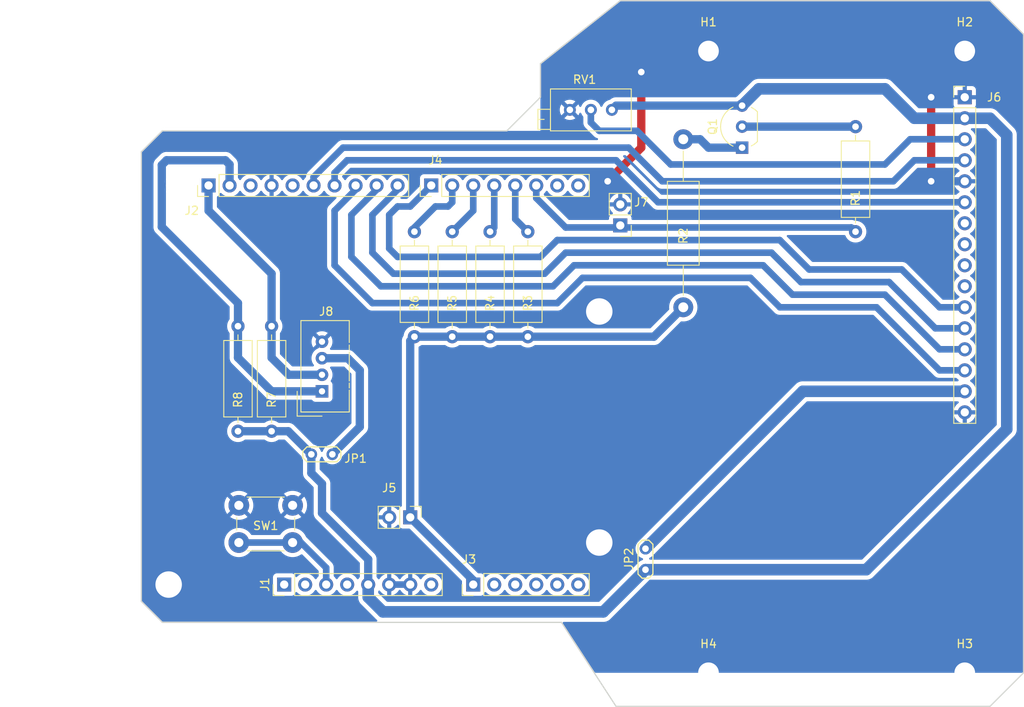
<source format=kicad_pcb>
(kicad_pcb (version 20221018) (generator pcbnew)
  (title_block (date "mar. 31 mars 2015"))
  (layers (0 "F.Cu" signal) (31 "B.Cu" signal) (34 "B.Paste" user) (35 "F.Paste" user) (36 "B.SilkS" user "B.Silkscreen") (37 "F.SilkS" user "F.Silkscreen") (38 "B.Mask" user) (39 "F.Mask" user) (44 "Edge.Cuts" user))
  (net 0 "")
  (net 1 "GND")
  (net 3 "+5V")
  (net 4 "/IOREF")
  (net 5 "/A0")
  (net 6 "/A1")
  (net 7 "/A2")
  (net 8 "/A3")
  (net 9 "/13")
  (net 10 "/12")
  (net 11 "/AREF")
  (net 12 "/8")
  (net 13 "/7")
  (net 14 "/*11")
  (net 15 "/*10")
  (net 16 "/*9")
  (net 17 "/4")
  (net 18 "/2")
  (net 19 "/*6")
  (net 20 "/*5")
  (net 21 "/TX{slash}1")
  (net 22 "/*3")
  (net 23 "/RX{slash}0")
  (net 24 "+3V3")
  (net 25 "/Vin")
  (net 26 "/~{RESET}")
  (net 27 "Net-(Q1-C)")
  (net 28 "Net-(Q1-B)")
  (net 29 "/POT")
  (net 30 "/A4")
  (net 31 "/A5")
  (net 32 "Net-(J2-Pin_1)")
  (net 33 "Net-(J2-Pin_2)")
  (net 38 "Net-(J8-Pin_3)")
  (net 39 "Net-(J6-Pin_15)")
  (footprint "Connector_PinHeader_2.54mm:PinHeader_1x08_P2.54mm_Vertical" (layer "F.Cu") (at 127.94 97.46 90)
    (fp_text reference "J1" (at 0 -2.33 90) (layer "F.SilkS"))
    (fp_text value "Conn_01x08")
    (fp_line (start -1.33 -1.33) (end 0 -1.33) (stroke (width 0.12)) (layer "F.SilkS"))
    (fp_line (start -1.33 0) (end -1.33 -1.33) (stroke (width 0.12)) (layer "F.SilkS"))
    (fp_line (start -1.33 1.27) (end -1.33 19.11) (stroke (width 0.12)) (layer "F.SilkS"))
    (fp_line (start -1.33 1.27) (end 1.33 1.27) (stroke (width 0.12)) (layer "F.SilkS"))
    (fp_line (start -1.33 19.11) (end 1.33 19.11) (stroke (width 0.12)) (layer "F.SilkS"))
    (fp_line (start 1.33 1.27) (end 1.33 19.11) (stroke (width 0.12)) (layer "F.SilkS"))
    (pad "1" thru_hole rect locked (at 0 0 90) (size 1.7 1.7) (drill 1) (layers "*.Cu" "*.Mask"))
    (pad "2" thru_hole oval locked (at 0 2.54 90) (size 1.7 1.7) (drill 1) (layers "*.Cu" "*.Mask") (net 4 "/IOREF"))
    (pad "3" thru_hole oval locked (at 0 5.08 90) (size 1.7 1.7) (drill 1) (layers "*.Cu" "*.Mask") (net 26 "/~{RESET}"))
    (pad "4" thru_hole oval locked (at 0 7.62 90) (size 1.7 1.7) (drill 1) (layers "*.Cu" "*.Mask") (net 24 "+3V3"))
    (pad "5" thru_hole oval locked (at 0 10.16 90) (size 1.7 1.7) (drill 1) (layers "*.Cu" "*.Mask") (net 3 "+5V"))
    (pad "6" thru_hole oval locked (at 0 12.7 90) (size 1.7 1.7) (drill 1) (layers "*.Cu" "*.Mask") (net 1 "GND"))
    (pad "7" thru_hole oval locked (at 0 15.24 90) (size 1.7 1.7) (drill 1) (layers "*.Cu" "*.Mask") (net 1 "GND"))
    (pad "8" thru_hole oval locked (at 0 17.78 90) (size 1.7 1.7) (drill 1) (layers "*.Cu" "*.Mask") (net 25 "/Vin"))
  )
  (footprint "Connector_PinHeader_2.54mm:PinHeader_1x06_P2.54mm_Vertical" (layer "F.Cu") (at 150.8 97.46 90)
    (fp_text reference "J3" (at 3.048 -0.508 180) (layer "F.SilkS"))
    (fp_text value "Conn_01x06")
    (fp_line (start -1.33 -1.33) (end 0 -1.33) (stroke (width 0.12)) (layer "F.SilkS"))
    (fp_line (start -1.33 0) (end -1.33 -1.33) (stroke (width 0.12)) (layer "F.SilkS"))
    (fp_line (start -1.33 1.27) (end -1.33 14.03) (stroke (width 0.12)) (layer "F.SilkS"))
    (fp_line (start -1.33 1.27) (end 1.33 1.27) (stroke (width 0.12)) (layer "F.SilkS"))
    (fp_line (start -1.33 14.03) (end 1.33 14.03) (stroke (width 0.12)) (layer "F.SilkS"))
    (fp_line (start 1.33 1.27) (end 1.33 14.03) (stroke (width 0.12)) (layer "F.SilkS"))
    (pad "1" thru_hole rect locked (at 0 0 90) (size 1.7 1.7) (drill 1) (layers "*.Cu" "*.Mask") (net 5 "/A0"))
    (pad "2" thru_hole oval locked (at 0 2.54 90) (size 1.7 1.7) (drill 1) (layers "*.Cu" "*.Mask") (net 6 "/A1"))
    (pad "3" thru_hole oval locked (at 0 5.08 90) (size 1.7 1.7) (drill 1) (layers "*.Cu" "*.Mask") (net 7 "/A2"))
    (pad "4" thru_hole oval locked (at 0 7.62 90) (size 1.7 1.7) (drill 1) (layers "*.Cu" "*.Mask") (net 8 "/A3"))
    (pad "5" thru_hole oval locked (at 0 10.16 90) (size 1.7 1.7) (drill 1) (layers "*.Cu" "*.Mask") (net 30 "/A4"))
    (pad "6" thru_hole oval locked (at 0 12.7 90) (size 1.7 1.7) (drill 1) (layers "*.Cu" "*.Mask") (net 31 "/A5"))
  )
  (footprint "Connector_PinHeader_2.54mm:PinHeader_1x10_P2.54mm_Vertical" (layer "F.Cu") (at 118.796 49.2 90)
    (fp_text reference "J2" (at -3.048 -2.032 180) (layer "F.SilkS"))
    (fp_text value "Conn_01x10")
    (fp_line (start -1.33 -1.33) (end 0 -1.33) (stroke (width 0.12)) (layer "F.SilkS"))
    (fp_line (start -1.33 0) (end -1.33 -1.33) (stroke (width 0.12)) (layer "F.SilkS"))
    (fp_line (start -1.33 1.27) (end -1.33 24.19) (stroke (width 0.12)) (layer "F.SilkS"))
    (fp_line (start -1.33 1.27) (end 1.33 1.27) (stroke (width 0.12)) (layer "F.SilkS"))
    (fp_line (start -1.33 24.19) (end 1.33 24.19) (stroke (width 0.12)) (layer "F.SilkS"))
    (fp_line (start 1.33 1.27) (end 1.33 24.19) (stroke (width 0.12)) (layer "F.SilkS"))
    (pad "1" thru_hole rect locked (at 0 0 90) (size 1.7 1.7) (drill 1) (layers "*.Cu" "*.Mask") (net 32 "Net-(J2-Pin_1)"))
    (pad "2" thru_hole oval locked (at 0 2.54 90) (size 1.7 1.7) (drill 1) (layers "*.Cu" "*.Mask") (net 33 "Net-(J2-Pin_2)"))
    (pad "3" thru_hole oval locked (at 0 5.08 90) (size 1.7 1.7) (drill 1) (layers "*.Cu" "*.Mask") (net 11 "/AREF"))
    (pad "4" thru_hole oval locked (at 0 7.62 90) (size 1.7 1.7) (drill 1) (layers "*.Cu" "*.Mask") (net 1 "GND"))
    (pad "5" thru_hole oval locked (at 0 10.16 90) (size 1.7 1.7) (drill 1) (layers "*.Cu" "*.Mask") (net 9 "/13"))
    (pad "6" thru_hole oval locked (at 0 12.7 90) (size 1.7 1.7) (drill 1) (layers "*.Cu" "*.Mask") (net 10 "/12"))
    (pad "7" thru_hole oval locked (at 0 15.24 90) (size 1.7 1.7) (drill 1) (layers "*.Cu" "*.Mask") (net 14 "/*11"))
    (pad "8" thru_hole oval locked (at 0 17.78 90) (size 1.7 1.7) (drill 1) (layers "*.Cu" "*.Mask") (net 15 "/*10"))
    (pad "9" thru_hole oval locked (at 0 20.32 90) (size 1.7 1.7) (drill 1) (layers "*.Cu" "*.Mask") (net 16 "/*9"))
    (pad "10" thru_hole oval locked (at 0 22.86 90) (size 1.7 1.7) (drill 1) (layers "*.Cu" "*.Mask") (net 12 "/8"))
  )
  (footprint "Connector_PinHeader_2.54mm:PinHeader_1x08_P2.54mm_Vertical" (layer "F.Cu") (at 145.72 49.2 90)
    (fp_text reference "J4" (at 3.048 0.508 180) (layer "F.SilkS"))
    (fp_text value "Conn_01x08")
    (fp_line (start -1.33 -1.33) (end 0 -1.33) (stroke (width 0.12)) (layer "F.SilkS"))
    (fp_line (start -1.33 0) (end -1.33 -1.33) (stroke (width 0.12)) (layer "F.SilkS"))
    (fp_line (start -1.33 1.27) (end -1.33 19.11) (stroke (width 0.12)) (layer "F.SilkS"))
    (fp_line (start -1.33 1.27) (end 1.33 1.27) (stroke (width 0.12)) (layer "F.SilkS"))
    (fp_line (start -1.33 19.11) (end 1.33 19.11) (stroke (width 0.12)) (layer "F.SilkS"))
    (fp_line (start 1.33 1.27) (end 1.33 19.11) (stroke (width 0.12)) (layer "F.SilkS"))
    (pad "1" thru_hole rect locked (at 0 0 90) (size 1.7 1.7) (drill 1) (layers "*.Cu" "*.Mask") (net 13 "/7"))
    (pad "2" thru_hole oval locked (at 0 2.54 90) (size 1.7 1.7) (drill 1) (layers "*.Cu" "*.Mask") (net 19 "/*6"))
    (pad "3" thru_hole oval locked (at 0 5.08 90) (size 1.7 1.7) (drill 1) (layers "*.Cu" "*.Mask") (net 20 "/*5"))
    (pad "4" thru_hole oval locked (at 0 7.62 90) (size 1.7 1.7) (drill 1) (layers "*.Cu" "*.Mask") (net 17 "/4"))
    (pad "5" thru_hole oval locked (at 0 10.16 90) (size 1.7 1.7) (drill 1) (layers "*.Cu" "*.Mask") (net 22 "/*3"))
    (pad "6" thru_hole oval locked (at 0 12.7 90) (size 1.7 1.7) (drill 1) (layers "*.Cu" "*.Mask") (net 18 "/2"))
    (pad "7" thru_hole oval locked (at 0 15.24 90) (size 1.7 1.7) (drill 1) (layers "*.Cu" "*.Mask") (net 21 "/TX{slash}1"))
    (pad "8" thru_hole oval locked (at 0 17.78 90) (size 1.7 1.7) (drill 1) (layers "*.Cu" "*.Mask") (net 23 "/RX{slash}0"))
  )
  (footprint "Connector_PinHeader_2.54mm:PinHeader_1x16_P2.54mm_Vertical" (layer "F.Cu") (at 210.236 38.532)
    (fp_text reference "J6" (at 3.556 0) (layer "F.SilkS"))
    (fp_text value "Conn_01x16")
    (fp_line (start -1.33 -1.33) (end 0 -1.33) (stroke (width 0.12)) (layer "F.SilkS"))
    (fp_line (start -1.33 0) (end -1.33 -1.33) (stroke (width 0.12)) (layer "F.SilkS"))
    (fp_line (start -1.33 1.27) (end -1.33 39.43) (stroke (width 0.12)) (layer "F.SilkS"))
    (fp_line (start -1.33 1.27) (end 1.33 1.27) (stroke (width 0.12)) (layer "F.SilkS"))
    (fp_line (start -1.33 39.43) (end 1.33 39.43) (stroke (width 0.12)) (layer "F.SilkS"))
    (fp_line (start 1.33 1.27) (end 1.33 39.43) (stroke (width 0.12)) (layer "F.SilkS"))
    (pad "1" thru_hole rect (at 0 0) (size 1.7 1.7) (drill 1) (layers "*.Cu" "*.Mask") (net 1 "GND"))
    (pad "2" thru_hole oval (at 0 2.54) (size 1.7 1.7) (drill 1) (layers "*.Cu" "*.Mask") (net 3 "+5V"))
    (pad "3" thru_hole oval (at 0 5.08) (size 1.7 1.7) (drill 1) (layers "*.Cu" "*.Mask") (net 29 "/POT"))
    (pad "4" thru_hole oval (at 0 7.62) (size 1.7 1.7) (drill 1) (layers "*.Cu" "*.Mask") (net 10 "/12"))
    (pad "5" thru_hole oval (at 0 10.16) (size 1.7 1.7) (drill 1) (layers "*.Cu" "*.Mask") (net 1 "GND"))
    (pad "6" thru_hole oval (at 0 12.7) (size 1.7 1.7) (drill 1) (layers "*.Cu" "*.Mask") (net 14 "/*11"))
    (pad "7" thru_hole oval (at 0 15.24) (size 1.7 1.7) (drill 1) (layers "*.Cu" "*.Mask"))
    (pad "8" thru_hole oval (at 0 17.78) (size 1.7 1.7) (drill 1) (layers "*.Cu" "*.Mask"))
    (pad "9" thru_hole oval (at 0 20.32) (size 1.7 1.7) (drill 1) (layers "*.Cu" "*.Mask"))
    (pad "10" thru_hole oval (at 0 22.86) (size 1.7 1.7) (drill 1) (layers "*.Cu" "*.Mask"))
    (pad "11" thru_hole oval (at 0 25.4) (size 1.7 1.7) (drill 1) (layers "*.Cu" "*.Mask") (net 13 "/7"))
    (pad "12" thru_hole oval (at 0 27.94) (size 1.7 1.7) (drill 1) (layers "*.Cu" "*.Mask") (net 12 "/8"))
    (pad "13" thru_hole oval (at 0 30.48) (size 1.7 1.7) (drill 1) (layers "*.Cu" "*.Mask") (net 16 "/*9"))
    (pad "14" thru_hole oval (at 0 33.02) (size 1.7 1.7) (drill 1) (layers "*.Cu" "*.Mask") (net 15 "/*10"))
    (pad "15" thru_hole oval (at 0 35.56) (size 1.7 1.7) (drill 1) (layers "*.Cu" "*.Mask") (net 39 "Net-(J6-Pin_15)"))
    (pad "16" thru_hole oval (at 0 38.1) (size 1.7 1.7) (drill 1) (layers "*.Cu" "*.Mask") (net 1 "GND"))
  )
  (footprint "MountingHole:MountingHole_2.5mm" (layer "F.Cu") (at 210.236 32.944)
    (fp_text reference "H2" (at 0 -3.5) (layer "F.SilkS"))
    (fp_text value "MountingHole")
    (pad "" np_thru_hole circle (at 0 0) (size 2.5 2.5) (drill 2.5) (layers "*.Cu" "*.Mask"))
  )
  (footprint "Resistor_THT:R_Axial_DIN0309_L9.0mm_D3.2mm_P12.70mm_Horizontal" (layer "F.Cu") (at 157.404 54.788 -90)
    (fp_text reference "R3" (at 8.636 0 -90) (layer "F.SilkS"))
    (fp_text value "1K")
    (fp_line (start 1.04 0) (end 1.73 0) (stroke (width 0.12)) (layer "F.SilkS"))
    (fp_line (start 1.73 -1.72) (end 1.73 1.72) (stroke (width 0.12)) (layer "F.SilkS"))
    (fp_line (start 1.73 1.72) (end 10.97 1.72) (stroke (width 0.12)) (layer "F.SilkS"))
    (fp_line (start 10.97 -1.72) (end 1.73 -1.72) (stroke (width 0.12)) (layer "F.SilkS"))
    (fp_line (start 10.97 1.72) (end 10.97 -1.72) (stroke (width 0.12)) (layer "F.SilkS"))
    (fp_line (start 11.66 0) (end 10.97 0) (stroke (width 0.12)) (layer "F.SilkS"))
    (pad "1" thru_hole circle (at 0 0 270) (size 1.6 1.6) (drill 0.8) (layers "*.Cu" "*.Mask") (net 22 "/*3"))
    (pad "2" thru_hole oval (at 12.7 0 270) (size 1.6 1.6) (drill 0.8) (layers "*.Cu" "*.Mask") (net 5 "/A0"))
  )
  (footprint "MountingHole:MountingHole_2.5mm" (layer "F.Cu") (at 179.248 108.128)
    (fp_text reference "H4" (at 0 -3.5) (layer "F.SilkS"))
    (fp_text value "MountingHole")
    (pad "" np_thru_hole circle (at 0 0) (size 2.5 2.5) (drill 2.5) (layers "*.Cu" "*.Mask"))
  )
  (footprint "Resistor_THT:R_Axial_DIN0309_L9.0mm_D3.2mm_P12.70mm_Horizontal" (layer "F.Cu") (at 197.028 54.788 90)
    (fp_text reference "R1" (at 4.064 0 90) (layer "F.SilkS"))
    (fp_text value "1K")
    (fp_line (start 1.04 0) (end 1.73 0) (stroke (width 0.12)) (layer "F.SilkS"))
    (fp_line (start 1.73 -1.72) (end 1.73 1.72) (stroke (width 0.12)) (layer "F.SilkS"))
    (fp_line (start 1.73 1.72) (end 10.97 1.72) (stroke (width 0.12)) (layer "F.SilkS"))
    (fp_line (start 10.97 -1.72) (end 1.73 -1.72) (stroke (width 0.12)) (layer "F.SilkS"))
    (fp_line (start 10.97 1.72) (end 10.97 -1.72) (stroke (width 0.12)) (layer "F.SilkS"))
    (fp_line (start 11.66 0) (end 10.97 0) (stroke (width 0.12)) (layer "F.SilkS"))
    (pad "1" thru_hole circle (at 0 0 90) (size 1.6 1.6) (drill 0.8) (layers "*.Cu" "*.Mask") (net 18 "/2"))
    (pad "2" thru_hole oval (at 12.7 0 90) (size 1.6 1.6) (drill 0.8) (layers "*.Cu" "*.Mask") (net 28 "Net-(Q1-B)"))
  )
  (footprint "TestPoint:TestPoint_2Pads_Pitch2.54mm_Drill0.8mm" (layer "F.Cu") (at 133.762 81.712 180)
    (fp_text reference "JP1" (at -2.814 -0.508) (layer "F.SilkS"))
    (fp_text value "J5V")
    (fp_line (start -1.03 -0.4) (end -0.53 -0.9) (stroke (width 0.15)) (layer "F.SilkS"))
    (fp_line (start -1.03 0.4) (end -1.03 -0.4) (stroke (width 0.15)) (layer "F.SilkS"))
    (fp_line (start -0.53 -0.9) (end 3.07 -0.9) (stroke (width 0.15)) (layer "F.SilkS"))
    (fp_line (start -0.53 0.9) (end -1.03 0.4) (stroke (width 0.15)) (layer "F.SilkS"))
    (fp_line (start 3.07 -0.9) (end 3.57 -0.4) (stroke (width 0.15)) (layer "F.SilkS"))
    (fp_line (start 3.07 0.9) (end -0.53 0.9) (stroke (width 0.15)) (layer "F.SilkS"))
    (fp_line (start 3.57 -0.4) (end 3.57 0.4) (stroke (width 0.15)) (layer "F.SilkS"))
    (fp_line (start 3.57 0.4) (end 3.07 0.9) (stroke (width 0.15)) (layer "F.SilkS"))
    (pad "1" thru_hole circle (at 0 0 180) (size 1.4 1.4) (drill 0.8) (layers "*.Cu" "*.Mask") (net 38 "Net-(J8-Pin_3)"))
    (pad "2" thru_hole circle (at 2.54 0 180) (size 1.4 1.4) (drill 0.8) (layers "*.Cu" "*.Mask") (net 3 "+5V"))
  )
  (footprint "00_MATTEI:SW_PUSH_6mm_H4.3mm" (layer "F.Cu") (at 128.956 92.38 180)
    (fp_text reference "SW1" (at 3.25 2.032) (layer "F.SilkS"))
    (fp_text value "RESET")
    (fp_line (start -0.25 1.5) (end -0.25 3) (stroke (width 0.12)) (layer "F.SilkS"))
    (fp_line (start 1 5.5) (end 5.5 5.5) (stroke (width 0.12)) (layer "F.SilkS"))
    (fp_line (start 5.5 -1) (end 1 -1) (stroke (width 0.12)) (layer "F.SilkS"))
    (fp_line (start 6.75 3) (end 6.75 1.5) (stroke (width 0.12)) (layer "F.SilkS"))
    (pad "1" thru_hole circle (at 6.5 4.5 270) (size 2.5 2.5) (drill 1.1) (layers "*.Cu" "*.Mask") (net 1 "GND"))
    (pad "2" thru_hole circle (at 0 4.5 270) (size 2.5 2.5) (drill 1.1) (layers "*.Cu" "*.Mask") (net 1 "GND"))
    (pad "3" thru_hole circle (at 6.5 0 270) (size 2.5 2.5) (drill 1.1) (layers "*.Cu" "*.Mask") (net 26 "/~{RESET}"))
    (pad "4" thru_hole circle (at 0 0 270) (size 2.5 2.5) (drill 1.1) (layers "*.Cu" "*.Mask") (net 26 "/~{RESET}"))
  )
  (footprint "Arduino_MountingHole:MountingHole_3.2mm" (layer "F.Cu") (at 115.24 49.2)
    (fp_text reference "MH1" hide)
    (fp_text value "MountingHole_3.2mm" hide)
    (pad "" np_thru_hole circle locked (at 0 0) (size 3.2 3.2) (drill 3.2) (layers "*.Cu" "*.Mask"))
  )
  (footprint "Connector_PinHeader_2.54mm:PinHeader_1x02_P2.54mm_Vertical" (layer "F.Cu") (at 168.58 54.031 180)
    (fp_text reference "J7" (at -2.54 2.799) (layer "F.SilkS"))
    (fp_text value "Con2")
    (fp_line (start -1.33 -1.33) (end 0 -1.33) (stroke (width 0.12)) (layer "F.SilkS"))
    (fp_line (start -1.33 0) (end -1.33 -1.33) (stroke (width 0.12)) (layer "F.SilkS"))
    (fp_line (start -1.33 1.27) (end -1.33 3.87) (stroke (width 0.12)) (layer "F.SilkS"))
    (fp_line (start -1.33 1.27) (end 1.33 1.27) (stroke (width 0.12)) (layer "F.SilkS"))
    (fp_line (start -1.33 3.87) (end 1.33 3.87) (stroke (width 0.12)) (layer "F.SilkS"))
    (fp_line (start 1.33 1.27) (end 1.33 3.87) (stroke (width 0.12)) (layer "F.SilkS"))
    (pad "1" thru_hole rect (at 0 0 180) (size 1.7 1.7) (drill 1) (layers "*.Cu" "*.Mask") (net 18 "/2"))
    (pad "2" thru_hole oval (at 0 2.54 180) (size 1.7 1.7) (drill 1) (layers "*.Cu" "*.Mask") (net 1 "GND"))
  )
  (footprint "Resistor_THT:R_Axial_DIN0309_L9.0mm_D3.2mm_P12.70mm_Horizontal" (layer "F.Cu") (at 152.832 54.788 -90)
    (fp_text reference "R4" (at 8.636 0 -90) (layer "F.SilkS"))
    (fp_text value "10K")
    (fp_line (start 1.04 0) (end 1.73 0) (stroke (width 0.12)) (layer "F.SilkS"))
    (fp_line (start 1.73 -1.72) (end 1.73 1.72) (stroke (width 0.12)) (layer "F.SilkS"))
    (fp_line (start 1.73 1.72) (end 10.97 1.72) (stroke (width 0.12)) (layer "F.SilkS"))
    (fp_line (start 10.97 -1.72) (end 1.73 -1.72) (stroke (width 0.12)) (layer "F.SilkS"))
    (fp_line (start 10.97 1.72) (end 10.97 -1.72) (stroke (width 0.12)) (layer "F.SilkS"))
    (fp_line (start 11.66 0) (end 10.97 0) (stroke (width 0.12)) (layer "F.SilkS"))
    (pad "1" thru_hole circle (at 0 0 270) (size 1.6 1.6) (drill 0.8) (layers "*.Cu" "*.Mask") (net 17 "/4"))
    (pad "2" thru_hole oval (at 12.7 0 270) (size 1.6 1.6) (drill 0.8) (layers "*.Cu" "*.Mask") (net 5 "/A0"))
  )
  (footprint "Resistor_THT:R_Axial_DIN0309_L9.0mm_D3.2mm_P12.70mm_Horizontal" (layer "F.Cu") (at 148.26 54.788 -90)
    (fp_text reference "R5" (at 8.636 0 -90) (layer "F.SilkS"))
    (fp_text value "100K")
    (fp_line (start 1.04 0) (end 1.73 0) (stroke (width 0.12)) (layer "F.SilkS"))
    (fp_line (start 1.73 -1.72) (end 1.73 1.72) (stroke (width 0.12)) (layer "F.SilkS"))
    (fp_line (start 1.73 1.72) (end 10.97 1.72) (stroke (width 0.12)) (layer "F.SilkS"))
    (fp_line (start 10.97 -1.72) (end 1.73 -1.72) (stroke (width 0.12)) (layer "F.SilkS"))
    (fp_line (start 10.97 1.72) (end 10.97 -1.72) (stroke (width 0.12)) (layer "F.SilkS"))
    (fp_line (start 11.66 0) (end 10.97 0) (stroke (width 0.12)) (layer "F.SilkS"))
    (pad "1" thru_hole circle (at 0 0 270) (size 1.6 1.6) (drill 0.8) (layers "*.Cu" "*.Mask") (net 20 "/*5"))
    (pad "2" thru_hole oval (at 12.7 0 270) (size 1.6 1.6) (drill 0.8) (layers "*.Cu" "*.Mask") (net 5 "/A0"))
  )
  (footprint "Resistor_THT:R_Axial_DIN0309_L9.0mm_D3.2mm_P12.70mm_Horizontal" (layer "F.Cu") (at 143.688 54.788 -90)
    (fp_text reference "R6" (at 8.636 0 -90) (layer "F.SilkS"))
    (fp_text value "1M")
    (fp_line (start 1.04 0) (end 1.73 0) (stroke (width 0.12)) (layer "F.SilkS"))
    (fp_line (start 1.73 -1.72) (end 1.73 1.72) (stroke (width 0.12)) (layer "F.SilkS"))
    (fp_line (start 1.73 1.72) (end 10.97 1.72) (stroke (width 0.12)) (layer "F.SilkS"))
    (fp_line (start 10.97 -1.72) (end 1.73 -1.72) (stroke (width 0.12)) (layer "F.SilkS"))
    (fp_line (start 10.97 1.72) (end 10.97 -1.72) (stroke (width 0.12)) (layer "F.SilkS"))
    (fp_line (start 11.66 0) (end 10.97 0) (stroke (width 0.12)) (layer "F.SilkS"))
    (pad "1" thru_hole circle (at 0 0 270) (size 1.6 1.6) (drill 0.8) (layers "*.Cu" "*.Mask") (net 19 "/*6"))
    (pad "2" thru_hole oval (at 12.7 0 270) (size 1.6 1.6) (drill 0.8) (layers "*.Cu" "*.Mask") (net 5 "/A0"))
  )
  (footprint "Package_TO_SOT_THT:TO-92_Inline_Wide" (layer "F.Cu") (at 183.312 44.628 90)
    (fp_text reference "Q1" (at 2.54 -3.56 90) (layer "F.SilkS"))
    (fp_text value "BC556")
    (fp_line (start 0.74 1.85) (end 4.34 1.85) (stroke (width 0.12)) (layer "F.SilkS"))
    (fp_arc (start 0.1836 -1.098807) (mid 1.143021 -2.192817) (end 2.54 -2.6) (stroke (width 0.12)) (layer "F.SilkS"))
    (fp_arc (start 0.74 1.85) (mid 0.446097 1.509328) (end 0.215816 1.122795) (stroke (width 0.12)) (layer "F.SilkS"))
    (fp_arc (start 2.54 -2.6) (mid 3.936979 -2.192818) (end 4.8964 -1.098807) (stroke (width 0.12)) (layer "F.SilkS"))
    (fp_arc (start 4.864184 1.122795) (mid 4.633903 1.509328) (end 4.34 1.85) (stroke (width 0.12)) (layer "F.SilkS"))
    (pad "1" thru_hole rect (at 0 0 90) (size 1.5 1.5) (drill 0.8) (layers "*.Cu" "*.Mask") (net 27 "Net-(Q1-C)"))
    (pad "2" thru_hole circle (at 2.54 0 90) (size 1.5 1.5) (drill 0.8) (layers "*.Cu" "*.Mask") (net 28 "Net-(Q1-B)"))
    (pad "3" thru_hole circle (at 5.08 0 90) (size 1.5 1.5) (drill 0.8) (layers "*.Cu" "*.Mask") (net 3 "+5V"))
  )
  (footprint "Resistor_THT:R_Axial_DIN0309_L9.0mm_D3.2mm_P12.70mm_Horizontal" (layer "F.Cu") (at 126.416 66.218 -90)
    (fp_text reference "R7" (at 8.89 0 -90) (layer "F.SilkS"))
    (fp_text value "6K8")
    (fp_line (start 1.04 0) (end 1.73 0) (stroke (width 0.12)) (layer "F.SilkS"))
    (fp_line (start 1.73 -1.72) (end 1.73 1.72) (stroke (width 0.12)) (layer "F.SilkS"))
    (fp_line (start 1.73 1.72) (end 10.97 1.72) (stroke (width 0.12)) (layer "F.SilkS"))
    (fp_line (start 10.97 -1.72) (end 1.73 -1.72) (stroke (width 0.12)) (layer "F.SilkS"))
    (fp_line (start 10.97 1.72) (end 10.97 -1.72) (stroke (width 0.12)) (layer "F.SilkS"))
    (fp_line (start 11.66 0) (end 10.97 0) (stroke (width 0.12)) (layer "F.SilkS"))
    (pad "1" thru_hole circle (at 0 0 270) (size 1.6 1.6) (drill 0.8) (layers "*.Cu" "*.Mask") (net 32 "Net-(J2-Pin_1)"))
    (pad "2" thru_hole oval (at 12.7 0 270) (size 1.6 1.6) (drill 0.8) (layers "*.Cu" "*.Mask") (net 3 "+5V"))
  )
  (footprint "Resistor_THT:R_Axial_DIN0411_L9.9mm_D3.6mm_P20.32mm_Horizontal" (layer "F.Cu") (at 176.2 43.612 -90)
    (fp_text reference "R2" (at 11.684 0 -90) (layer "F.SilkS"))
    (fp_text value "100")
    (fp_line (start 1.44 0) (end 5.09 0) (stroke (width 0.12)) (layer "F.SilkS"))
    (fp_line (start 5.09 -1.92) (end 5.09 1.92) (stroke (width 0.12)) (layer "F.SilkS"))
    (fp_line (start 5.09 1.92) (end 15.23 1.92) (stroke (width 0.12)) (layer "F.SilkS"))
    (fp_line (start 15.23 -1.92) (end 5.09 -1.92) (stroke (width 0.12)) (layer "F.SilkS"))
    (fp_line (start 15.23 1.92) (end 15.23 -1.92) (stroke (width 0.12)) (layer "F.SilkS"))
    (fp_line (start 18.88 0) (end 15.23 0) (stroke (width 0.12)) (layer "F.SilkS"))
    (pad "1" thru_hole circle (at 0 0 270) (size 2.4 2.4) (drill 1.2) (layers "*.Cu" "*.Mask") (net 27 "Net-(Q1-C)"))
    (pad "2" thru_hole oval (at 20.32 0 270) (size 2.4 2.4) (drill 1.2) (layers "*.Cu" "*.Mask") (net 5 "/A0"))
  )
  (footprint "Connector_PinHeader_2.54mm:PinHeader_1x02_P2.54mm_Vertical" (layer "F.Cu") (at 143.18 89.332 -90)
    (fp_text reference "J5" (at -3.556 2.54 -180) (layer "F.SilkS"))
    (fp_text value "RX")
    (fp_line (start -1.33 -1.33) (end 0 -1.33) (stroke (width 0.12)) (layer "F.SilkS"))
    (fp_line (start -1.33 0) (end -1.33 -1.33) (stroke (width 0.12)) (layer "F.SilkS"))
    (fp_line (start -1.33 1.27) (end -1.33 3.87) (stroke (width 0.12)) (layer "F.SilkS"))
    (fp_line (start -1.33 1.27) (end 1.33 1.27) (stroke (width 0.12)) (layer "F.SilkS"))
    (fp_line (start -1.33 3.87) (end 1.33 3.87) (stroke (width 0.12)) (layer "F.SilkS"))
    (fp_line (start 1.33 1.27) (end 1.33 3.87) (stroke (width 0.12)) (layer "F.SilkS"))
    (pad "1" thru_hole rect (at 0 0 270) (size 1.7 1.7) (drill 1) (layers "*.Cu" "*.Mask") (net 5 "/A0"))
    (pad "2" thru_hole oval (at 0 2.54 270) (size 1.7 1.7) (drill 1) (layers "*.Cu" "*.Mask") (net 1 "GND"))
  )
  (footprint "Resistor_THT:R_Axial_DIN0309_L9.0mm_D3.2mm_P12.70mm_Horizontal" (layer "F.Cu") (at 122.352 66.218 -90)
    (fp_text reference "R8" (at 8.89 0 -90) (layer "F.SilkS"))
    (fp_text value "6K8")
    (fp_line (start 1.04 0) (end 1.73 0) (stroke (width 0.12)) (layer "F.SilkS"))
    (fp_line (start 1.73 -1.72) (end 1.73 1.72) (stroke (width 0.12)) (layer "F.SilkS"))
    (fp_line (start 1.73 1.72) (end 10.97 1.72) (stroke (width 0.12)) (layer "F.SilkS"))
    (fp_line (start 10.97 -1.72) (end 1.73 -1.72) (stroke (width 0.12)) (layer "F.SilkS"))
    (fp_line (start 10.97 1.72) (end 10.97 -1.72) (stroke (width 0.12)) (layer "F.SilkS"))
    (fp_line (start 11.66 0) (end 10.97 0) (stroke (width 0.12)) (layer "F.SilkS"))
    (pad "1" thru_hole circle (at 0 0 270) (size 1.6 1.6) (drill 0.8) (layers "*.Cu" "*.Mask") (net 33 "Net-(J2-Pin_2)"))
    (pad "2" thru_hole oval (at 12.7 0 270) (size 1.6 1.6) (drill 0.8) (layers "*.Cu" "*.Mask") (net 3 "+5V"))
  )
  (footprint "MountingHole:MountingHole_2.5mm" (layer "F.Cu") (at 179.248 32.944)
    (fp_text reference "H1" (at 0 -3.5) (layer "F.SilkS"))
    (fp_text value "MountingHole")
    (pad "" np_thru_hole circle (at 0 0) (size 2.5 2.5) (drill 2.5) (layers "*.Cu" "*.Mask"))
  )
  (footprint "Arduino_MountingHole:MountingHole_3.2mm" (layer "F.Cu") (at 113.97 97.46)
    (fp_text reference "MH2" hide)
    (fp_text value "MountingHole_3.2mm" hide)
    (pad "" np_thru_hole circle locked (at 0 0) (size 3.2 3.2) (drill 3.2) (layers "*.Cu" "*.Mask"))
  )
  (footprint "MountingHole:MountingHole_2.5mm" (layer "F.Cu") (at 210.236 108.128)
    (fp_text reference "H3" (at 0 -3.5) (layer "F.SilkS"))
    (fp_text value "MountingHole")
    (pad "" np_thru_hole circle (at 0 0) (size 2.5 2.5) (drill 2.5) (layers "*.Cu" "*.Mask"))
  )
  (footprint "Arduino_MountingHole:MountingHole_3.2mm" (layer "F.Cu") (at 166.04 64.44)
    (fp_text reference "MH3" hide)
    (fp_text value "MountingHole_3.2mm" hide)
    (pad "" np_thru_hole circle locked (at 0 0) (size 3.2 3.2) (drill 3.2) (layers "*.Cu" "*.Mask"))
  )
  (footprint "Arduino_MountingHole:MountingHole_3.2mm" (layer "F.Cu") (at 166.04 92.38)
    (fp_text reference "MH4" hide)
    (fp_text value "MountingHole_3.2mm" hide)
    (pad "" np_thru_hole circle locked (at 0 0) (size 3.2 3.2) (drill 3.2) (layers "*.Cu" "*.Mask"))
  )
  (footprint "Connector:NS-Tech_Grove_1x04_P2mm_Vertical" (layer "F.Cu") (at 132.512 74.092 180)
    (fp_text reference "J8" (at -0.508 9.652 180) (layer "F.SilkS"))
    (fp_text value "I2C")
    (fp_line (start -3.3 -2.5) (end -3.3 0.15) (stroke (width 0.12)) (layer "F.SilkS"))
    (fp_line (start -3.3 -2.5) (end 2.55 -2.5) (stroke (width 0.12)) (layer "F.SilkS"))
    (fp_line (start -3.3 0.4) (end -3.3 1) (stroke (width 0.12)) (layer "F.SilkS"))
    (fp_line (start -3.3 1.25) (end -3.3 4.75) (stroke (width 0.12)) (layer "F.SilkS"))
    (fp_line (start -3.3 5) (end -3.3 5.6) (stroke (width 0.12)) (layer "F.SilkS"))
    (fp_line (start -3.3 5.9) (end -3.3 8.55) (stroke (width 0.12)) (layer "F.SilkS"))
    (fp_line (start -3.3 8.55) (end 2.55 8.55) (stroke (width 0.12)) (layer "F.SilkS"))
    (fp_line (start 0 -3) (end 3 -3) (stroke (width 0.12)) (layer "F.SilkS"))
    (fp_line (start 2.55 -2.5) (end 2.55 8.55) (stroke (width 0.12)) (layer "F.SilkS"))
    (fp_line (start 3 -3) (end 3 0) (stroke (width 0.12)) (layer "F.SilkS"))
    (pad "1" thru_hole rect (at 0 0 180) (size 1.524 1.524) (drill 0.762) (layers "*.Cu" "*.Mask") (net 33 "Net-(J2-Pin_2)"))
    (pad "2" thru_hole circle (at 0 2 180) (size 1.524 1.524) (drill 0.762) (layers "*.Cu" "*.Mask") (net 32 "Net-(J2-Pin_1)"))
    (pad "3" thru_hole circle (at 0 4 180) (size 1.524 1.524) (drill 0.762) (layers "*.Cu" "*.Mask") (net 38 "Net-(J8-Pin_3)"))
    (pad "4" thru_hole circle (at 0 6 180) (size 1.524 1.524) (drill 0.762) (layers "*.Cu" "*.Mask") (net 1 "GND"))
  )
  (footprint "Potentiometer_THT:Potentiometer_Bourns_3296X_Horizontal" (layer "F.Cu") (at 167.564 40.056)
    (fp_text reference "RV1" (at -3.3 -3.66) (layer "F.SilkS"))
    (fp_text value "50K")
    (fp_line (start -8.945 -0.065) (end -8.945 2.365) (stroke (width 0.12)) (layer "F.SilkS"))
    (fp_line (start -8.945 -0.065) (end -7.426 -0.065) (stroke (width 0.12)) (layer "F.SilkS"))
    (fp_line (start -8.945 1.15) (end -8.186 1.15) (stroke (width 0.12)) (layer "F.SilkS"))
    (fp_line (start -8.945 2.365) (end -7.426 2.365) (stroke (width 0.12)) (layer "F.SilkS"))
    (fp_line (start -7.426 -0.065) (end -7.426 2.365) (stroke (width 0.12)) (layer "F.SilkS"))
    (fp_line (start -7.425 -2.53) (end -7.425 2.54) (stroke (width 0.12)) (layer "F.SilkS"))
    (fp_line (start -7.425 -2.53) (end 2.345 -2.53) (stroke (width 0.12)) (layer "F.SilkS"))
    (fp_line (start -7.425 2.54) (end 2.345 2.54) (stroke (width 0.12)) (layer "F.SilkS"))
    (fp_line (start 2.345 -2.53) (end 2.345 2.54) (stroke (width 0.12)) (layer "F.SilkS"))
    (pad "1" thru_hole circle (at 0 0) (size 1.44 1.44) (drill 0.8) (layers "*.Cu" "*.Mask") (net 3 "+5V"))
    (pad "2" thru_hole circle (at -2.54 0) (size 1.44 1.44) (drill 0.8) (layers "*.Cu" "*.Mask") (net 29 "/POT"))
    (pad "3" thru_hole circle (at -5.08 0) (size 1.44 1.44) (drill 0.8) (layers "*.Cu" "*.Mask") (net 1 "GND"))
  )
  (footprint "TestPoint:TestPoint_2Pads_Pitch2.54mm_Drill0.8mm" (layer "F.Cu") (at 171.628 95.662 90)
    (fp_text reference "JP2" (at 1.3 -2 90) (layer "F.SilkS"))
    (fp_text value "BACKLIGHT")
    (fp_line (start -1.03 -0.4) (end -0.53 -0.9) (stroke (width 0.15)) (layer "F.SilkS"))
    (fp_line (start -1.03 0.4) (end -1.03 -0.4) (stroke (width 0.15)) (layer "F.SilkS"))
    (fp_line (start -0.53 -0.9) (end 3.07 -0.9) (stroke (width 0.15)) (layer "F.SilkS"))
    (fp_line (start -0.53 0.9) (end -1.03 0.4) (stroke (width 0.15)) (layer "F.SilkS"))
    (fp_line (start 3.07 -0.9) (end 3.57 -0.4) (stroke (width 0.15)) (layer "F.SilkS"))
    (fp_line (start 3.07 0.9) (end -0.53 0.9) (stroke (width 0.15)) (layer "F.SilkS"))
    (fp_line (start 3.57 -0.4) (end 3.57 0.4) (stroke (width 0.15)) (layer "F.SilkS"))
    (fp_line (start 3.57 0.4) (end 3.07 0.9) (stroke (width 0.15)) (layer "F.SilkS"))
    (pad "1" thru_hole circle (at 0 0 90) (size 1.4 1.4) (drill 0.8) (layers "*.Cu" "*.Mask") (net 3 "+5V"))
    (pad "2" thru_hole circle (at 2.54 0 90) (size 1.4 1.4) (drill 0.8) (layers "*.Cu" "*.Mask") (net 39 "Net-(J6-Pin_15)"))
  )
  (gr_line (start 168.58 26.848) (end 158.928 34.468) (stroke (width 0.15)) (layer "Edge.Cuts"))
  (gr_line (start 161.468 102.032) (end 113.208 102.032) (stroke (width 0.15)) (layer "Edge.Cuts"))
  (gr_line (start 213.284 112.192) (end 168.072 112.192) (stroke (width 0.15)) (layer "Edge.Cuts"))
  (gr_line (start 217.348 30.912) (end 213.284 26.848) (stroke (width 0.15)) (layer "Edge.Cuts"))
  (gr_line (start 168.072 112.192) (end 161.468 102.032) (stroke (width 0.15)) (layer "Edge.Cuts"))
  (gr_line (start 217.348 108.128) (end 213.284 112.192) (stroke (width 0.15)) (layer "Edge.Cuts"))
  (gr_line (start 217.348 30.912) (end 217.348 108.128) (stroke (width 0.15)) (layer "Edge.Cuts"))
  (gr_line (start 110.668 99.492) (end 110.668 45.136) (stroke (width 0.15)) (layer "Edge.Cuts"))
  (gr_line (start 113.208 102.032) (end 110.668 99.492) (stroke (width 0.15)) (layer "Edge.Cuts"))
  (gr_line (start 113.208 42.596) (end 154.864 42.596) (stroke (width 0.15)) (layer "Edge.Cuts"))
  (gr_line (start 168.58 26.848) (end 213.284 26.848) (stroke (width 0.15)) (layer "Edge.Cuts"))
  (gr_line (start 154.864 42.596) (end 158.928 38.532) (stroke (width 0.15)) (layer "Edge.Cuts"))
  (gr_line (start 110.668 45.136) (end 113.208 42.596) (stroke (width 0.15)) (layer "Edge.Cuts"))
  (gr_line (start 158.928 38.532) (end 158.928 34.468) (stroke (width 0.15)) (layer "Edge.Cuts"))
  (segment (start 171.12 35.484) (end 171.12 44.628) (width 1) (layer "F.Cu") (net 1))
  (segment (start 206.172 48.692) (end 206.172 38.532) (width 1) (layer "F.Cu") (net 1))
  (segment (start 171.12 44.628) (end 167.056 48.692) (width 1) (layer "F.Cu") (net 1))
  (via (at 171.12 35.484) (size 2) (drill 0.8) (layers "F.Cu" "B.Cu") (net 1))
  (via (at 206.172 48.692) (size 2) (drill 0.8) (layers "F.Cu" "B.Cu") (net 1))
  (via (at 167.056 48.692) (size 2) (drill 0.8) (layers "F.Cu" "B.Cu") (net 1))
  (via (at 206.172 38.532) (size 2) (drill 0.8) (layers "F.Cu" "B.Cu") (net 1))
  (segment (start 210.236 48.692) (end 207.188 48.692) (width 1) (layer "B.Cu") (net 1))
  (segment (start 140.64 97.46) (end 143.18 97.46) (width 0.8) (layer "B.Cu") (net 1))
  (segment (start 207.188 48.692) (end 206.172 48.692) (width 1) (layer "B.Cu") (net 1))
  (segment (start 138.1 94.412) (end 132.512 88.824) (width 1) (layer "B.Cu") (net 3))
  (segment (start 128.428 78.918) (end 131.222 81.712) (width 1) (layer "B.Cu") (net 3))
  (segment (start 171.628 95.662) (end 198.318 95.662) (width 1.4) (layer "B.Cu") (net 3))
  (segment (start 126.416 78.918) (end 128.428 78.918) (width 1) (layer "B.Cu") (net 3))
  (segment (start 168.072 39.548) (end 183.312 39.548) (width 1) (layer "B.Cu") (net 3))
  (segment (start 166.528 100.762) (end 171.628 95.662) (width 1.4) (layer "B.Cu") (net 3))
  (segment (start 132.512 85.268) (end 131.222 83.978) (width 1) (layer "B.Cu") (net 3))
  (segment (start 204.14 41.072) (end 210.236 41.072) (width 1.4) (layer "B.Cu") (net 3))
  (segment (start 122.352 78.918) (end 126.416 78.918) (width 1) (layer "B.Cu") (net 3))
  (segment (start 138.1 98.984) (end 139.878 100.762) (width 1.4) (layer "B.Cu") (net 3))
  (segment (start 138.1 97.46) (end 138.1 94.412) (width 1) (layer "B.Cu") (net 3))
  (segment (start 200.584 37.516) (end 204.14 41.072) (width 1.4) (layer "B.Cu") (net 3))
  (segment (start 215.316 78.664) (end 215.316 43.104) (width 1.4) (layer "B.Cu") (net 3))
  (segment (start 213.284 41.072) (end 210.236 41.072) (width 1.4) (layer "B.Cu") (net 3))
  (segment (start 139.878 100.762) (end 166.528 100.762) (width 1.4) (layer "B.Cu") (net 3))
  (segment (start 215.316 43.104) (end 213.284 41.072) (width 1.4) (layer "B.Cu") (net 3))
  (segment (start 198.318 95.662) (end 215.316 78.664) (width 1.4) (layer "B.Cu") (net 3))
  (segment (start 132.512 88.824) (end 132.512 85.268) (width 1) (layer "B.Cu") (net 3))
  (segment (start 167.564 40.056) (end 168.072 39.548) (width 1) (layer "B.Cu") (net 3))
  (segment (start 185.344 37.516) (end 200.584 37.516) (width 1.4) (layer "B.Cu") (net 3))
  (segment (start 131.222 83.978) (end 131.222 81.712) (width 1) (layer "B.Cu") (net 3))
  (segment (start 138.1 97.46) (end 138.1 98.984) (width 1.4) (layer "B.Cu") (net 3))
  (segment (start 183.312 39.548) (end 185.344 37.516) (width 1.4) (layer "B.Cu") (net 3))
  (segment (start 172.644 67.488) (end 176.2 63.932) (width 1) (layer "B.Cu") (net 5))
  (segment (start 152.832 67.488) (end 157.404 67.488) (width 1) (layer "B.Cu") (net 5))
  (segment (start 143.18 67.996) (end 143.688 67.488) (width 1) (layer "B.Cu") (net 5))
  (segment (start 148.26 67.488) (end 152.832 67.488) (width 1) (layer "B.Cu") (net 5))
  (segment (start 150.8 97.46) (end 150.8 96.952) (width 1) (layer "B.Cu") (net 5))
  (segment (start 143.18 89.332) (end 143.18 67.996) (width 1) (layer "B.Cu") (net 5))
  (segment (start 143.688 67.488) (end 148.26 67.488) (width 1) (layer "B.Cu") (net 5))
  (segment (start 150.8 96.952) (end 143.18 89.332) (width 1) (layer "B.Cu") (net 5))
  (segment (start 157.404 67.488) (end 172.644 67.488) (width 1) (layer "B.Cu") (net 5))
  (segment (start 169.596 44.628) (end 173.66 48.692) (width 0.8) (layer "B.Cu") (net 10))
  (segment (start 131.496 48.184) (end 135.052 44.628) (width 0.8) (layer "B.Cu") (net 10))
  (segment (start 135.052 44.628) (end 169.596 44.628) (width 0.8) (layer "B.Cu") (net 10))
  (segment (start 201.6 48.692) (end 204.14 46.152) (width 0.8) (layer "B.Cu") (net 10))
  (segment (start 204.14 46.152) (end 210.236 46.152) (width 0.8) (layer "B.Cu") (net 10))
  (segment (start 173.66 48.692) (end 201.6 48.692) (width 0.8) (layer "B.Cu") (net 10))
  (segment (start 131.496 49.2) (end 131.496 48.184) (width 0.8) (layer "B.Cu") (net 10))
  (segment (start 161.976 57.328) (end 186.868 57.328) (width 0.8) (layer "B.Cu") (net 12))
  (segment (start 201.092 60.884) (end 206.68 66.472) (width 0.8) (layer "B.Cu") (net 12))
  (segment (start 141.656 49.708) (end 138.608 52.756) (width 0.8) (layer "B.Cu") (net 12))
  (segment (start 138.608 52.756) (end 138.608 57.328) (width 0.8) (layer "B.Cu") (net 12))
  (segment (start 138.608 57.328) (end 141.148 59.868) (width 0.8) (layer "B.Cu") (net 12))
  (segment (start 206.68 66.472) (end 210.236 66.472) (width 0.8) (layer "B.Cu") (net 12))
  (segment (start 141.148 59.868) (end 159.436 59.868) (width 0.8) (layer "B.Cu") (net 12))
  (segment (start 159.436 59.868) (end 161.976 57.328) (width 0.8) (layer "B.Cu") (net 12))
  (segment (start 186.868 57.328) (end 190.424 60.884) (width 0.8) (layer "B.Cu") (net 12))
  (segment (start 141.656 49.2) (end 141.656 49.708) (width 0.8) (layer "B.Cu") (net 12))
  (segment (start 190.424 60.884) (end 201.092 60.884) (width 0.8) (layer "B.Cu") (net 12))
  (segment (start 160.96 55.804) (end 187.862 55.804) (width 0.8) (layer "B.Cu") (net 13))
  (segment (start 143.18 51.74) (end 141.656 51.74) (width 0.8) (layer "B.Cu") (net 13))
  (segment (start 202.616 59.36) (end 207.188 63.932) (width 0.8) (layer "B.Cu") (net 13))
  (segment (start 187.862 55.804) (end 191.418 59.36) (width 0.8) (layer "B.Cu") (net 13))
  (segment (start 140.64 52.756) (end 140.64 56.82) (width 0.8) (layer "B.Cu") (net 13))
  (segment (start 140.64 56.82) (end 141.656 57.836) (width 0.8) (layer "B.Cu") (net 13))
  (segment (start 141.656 57.836) (end 158.928 57.836) (width 0.8) (layer "B.Cu") (net 13))
  (segment (start 207.188 63.932) (end 210.236 63.932) (width 0.8) (layer "B.Cu") (net 13))
  (segment (start 145.72 49.2) (end 143.18 51.74) (width 0.8) (layer "B.Cu") (net 13))
  (segment (start 191.418 59.36) (end 202.616 59.36) (width 0.8) (layer "B.Cu") (net 13))
  (segment (start 141.656 51.74) (end 140.64 52.756) (width 0.8) (layer "B.Cu") (net 13))
  (segment (start 158.928 57.836) (end 160.96 55.804) (width 0.8) (layer "B.Cu") (net 13))
  (segment (start 134.036 47.676) (end 135.56 46.152) (width 0.8) (layer "B.Cu") (net 14))
  (segment (start 168.072 46.152) (end 173.152 51.232) (width 0.8) (layer "B.Cu") (net 14))
  (segment (start 173.152 51.232) (end 210.236 51.232) (width 0.8) (layer "B.Cu") (net 14))
  (segment (start 134.036 49.2) (end 134.036 47.676) (width 0.8) (layer "B.Cu") (net 14))
  (segment (start 135.56 46.152) (end 168.072 46.152) (width 0.8) (layer "B.Cu") (net 14))
  (segment (start 207.188 71.552) (end 210.236 71.552) (width 0.8) (layer "B.Cu") (net 15))
  (segment (start 164.008 60.376) (end 184.328 60.376) (width 0.8) (layer "B.Cu") (net 15))
  (segment (start 187.884 63.932) (end 199.568 63.932) (width 0.8) (layer "B.Cu") (net 15))
  (segment (start 134.036 52.248) (end 134.036 58.852) (width 0.8) (layer "B.Cu") (net 15))
  (segment (start 136.576 49.2) (end 136.576 49.708) (width 0.8) (layer "B.Cu") (net 15))
  (segment (start 184.328 60.376) (end 187.884 63.932) (width 0.8) (layer "B.Cu") (net 15))
  (segment (start 138.608 63.424) (end 160.96 63.424) (width 0.8) (layer "B.Cu") (net 15))
  (segment (start 160.96 63.424) (end 164.008 60.376) (width 0.8) (layer "B.Cu") (net 15))
  (segment (start 199.568 63.932) (end 207.188 71.552) (width 0.8) (layer "B.Cu") (net 15))
  (segment (start 134.036 58.852) (end 138.608 63.424) (width 0.8) (layer "B.Cu") (net 15))
  (segment (start 136.576 49.708) (end 134.036 52.248) (width 0.8) (layer "B.Cu") (net 15))
  (segment (start 139.624 61.392) (end 160.452 61.392) (width 0.8) (layer "B.Cu") (net 16))
  (segment (start 139.116 49.708) (end 136.068 52.756) (width 0.8) (layer "B.Cu") (net 16))
  (segment (start 200.584 62.408) (end 207.188 69.012) (width 0.8) (layer "B.Cu") (net 16))
  (segment (start 162.992 58.852) (end 185.852 58.852) (width 0.8) (layer "B.Cu") (net 16))
  (segment (start 207.188 69.012) (end 210.236 69.012) (width 0.8) (layer "B.Cu") (net 16))
  (segment (start 160.452 61.392) (end 162.992 58.852) (width 0.8) (layer "B.Cu") (net 16))
  (segment (start 185.852 58.852) (end 189.408 62.408) (width 0.8) (layer "B.Cu") (net 16))
  (segment (start 189.408 62.408) (end 200.584 62.408) (width 0.8) (layer "B.Cu") (net 16))
  (segment (start 136.068 57.836) (end 139.624 61.392) (width 0.8) (layer "B.Cu") (net 16))
  (segment (start 139.116 49.2) (end 139.116 49.708) (width 0.8) (layer "B.Cu") (net 16))
  (segment (start 136.068 52.756) (end 136.068 57.836) (width 0.8) (layer "B.Cu") (net 16))
  (segment (start 153.34 49.2) (end 153.34 54.28) (width 0.8) (layer "B.Cu") (net 17))
  (segment (start 153.34 54.28) (end 152.832 54.788) (width 0.8) (layer "B.Cu") (net 17))
  (segment (start 158.42 50.724) (end 161.976 54.28) (width 0.8) (layer "B.Cu") (net 18))
  (segment (start 161.976 54.28) (end 196.52 54.28) (width 0.8) (layer "B.Cu") (net 18))
  (segment (start 196.52 54.28) (end 197.028 54.788) (width 0.8) (layer "B.Cu") (net 18))
  (segment (start 158.42 49.2) (end 158.42 50.724) (width 0.8) (layer "B.Cu") (net 18))
  (segment (start 148.26 51.232) (end 147.752 51.74) (width 0.8) (layer "B.Cu") (net 19))
  (segment (start 146.228 51.74) (end 143.688 54.28) (width 0.8) (layer "B.Cu") (net 19))
  (segment (start 148.26 49.2) (end 148.26 51.232) (width 0.8) (layer "B.Cu") (net 19))
  (segment (start 147.752 51.74) (end 146.228 51.74) (width 0.8) (layer "B.Cu") (net 19))
  (segment (start 143.688 54.28) (end 143.688 54.788) (width 0.8) (layer "B.Cu") (net 19))
  (segment (start 150.8 49.2) (end 150.8 52.248) (width 0.8) (layer "B.Cu") (net 20))
  (segment (start 150.8 52.248) (end 148.26 54.788) (width 0.8) (layer "B.Cu") (net 20))
  (segment (start 155.88 53.264) (end 157.404 54.788) (width 0.8) (layer "B.Cu") (net 22))
  (segment (start 155.88 49.2) (end 155.88 53.264) (width 0.8) (layer "B.Cu") (net 22))
  (segment (start 129.028 92.308) (end 129.9 92.308) (width 0.8) (layer "B.Cu") (net 26))
  (segment (start 129.9 92.308) (end 133.02 95.428) (width 0.8) (layer "B.Cu") (net 26))
  (segment (start 122.456 92.38) (end 128.956 92.38) (width 0.8) (layer "B.Cu") (net 26))
  (segment (start 128.956 92.38) (end 129.028 92.308) (width 0.8) (layer "B.Cu") (net 26))
  (segment (start 133.02 95.428) (end 133.02 97.46) (width 0.8) (layer "B.Cu") (net 26))
  (segment (start 178.232 43.612) (end 179.248 44.628) (width 1) (layer "B.Cu") (net 27))
  (segment (start 179.248 44.628) (end 183.312 44.628) (width 1) (layer "B.Cu") (net 27))
  (segment (start 176.2 43.612) (end 178.232 43.612) (width 1) (layer "B.Cu") (net 27))
  (segment (start 183.312 42.088) (end 197.028 42.088) (width 1) (layer "B.Cu") (net 28))
  (segment (start 203.632 43.612) (end 210.236 43.612) (width 0.8) (layer "B.Cu") (net 29))
  (segment (start 200.584 46.66) (end 203.632 43.612) (width 0.8) (layer "B.Cu") (net 29))
  (segment (start 170.612 42.596) (end 174.676 46.66) (width 0.8) (layer "B.Cu") (net 29))
  (segment (start 166.04 42.596) (end 170.612 42.596) (width 0.8) (layer "B.Cu") (net 29))
  (segment (start 165.024 40.056) (end 165.024 41.58) (width 0.8) (layer "B.Cu") (net 29))
  (segment (start 174.676 46.66) (end 200.584 46.66) (width 0.8) (layer "B.Cu") (net 29))
  (segment (start 165.024 41.58) (end 166.04 42.596) (width 0.8) (layer "B.Cu") (net 29))
  (segment (start 128.48 72.092) (end 126.416 70.028) (width 1) (layer "B.Cu") (net 32))
  (segment (start 126.416 59.868) (end 118.796 52.248) (width 1) (layer "B.Cu") (net 32))
  (segment (start 126.416 66.218) (end 126.416 59.868) (width 1) (layer "B.Cu") (net 32))
  (segment (start 118.796 52.248) (end 118.796 49.2) (width 1) (layer "B.Cu") (net 32))
  (segment (start 132.512 72.092) (end 128.48 72.092) (width 1) (layer "B.Cu") (net 32))
  (segment (start 126.416 70.028) (end 126.416 66.218) (width 1) (layer "B.Cu") (net 32))
  (segment (start 113.14 46.728) (end 113.716 46.152) (width 1) (layer "B.Cu") (net 33))
  (segment (start 122.352 70.028) (end 122.352 66.218) (width 1) (layer "B.Cu") (net 33))
  (segment (start 113.14 54.212) (end 113.14 46.728) (width 1) (layer "B.Cu") (net 33))
  (segment (start 120.828 46.152) (end 121.336 46.66) (width 1) (layer "B.Cu") (net 33))
  (segment (start 122.352 66.218) (end 122.352 63.424) (width 1) (layer "B.Cu") (net 33))
  (segment (start 113.716 46.152) (end 120.828 46.152) (width 1) (layer "B.Cu") (net 33))
  (segment (start 122.352 63.424) (end 113.14 54.212) (width 1) (layer "B.Cu") (net 33))
  (segment (start 132.512 74.092) (end 126.416 74.092) (width 1) (layer "B.Cu") (net 33))
  (segment (start 121.336 46.66) (end 121.336 49.2) (width 1) (layer "B.Cu") (net 33))
  (segment (start 126.416 74.092) (end 122.352 70.028) (width 1) (layer "B.Cu") (net 33))
  (segment (start 133.762 81.712) (end 137.084 78.39) (width 1) (layer "B.Cu") (net 38))
  (segment (start 137.084 78.39) (end 137.084 71.552) (width 1) (layer "B.Cu") (net 38))
  (segment (start 135.624 70.092) (end 132.512 70.092) (width 1) (layer "B.Cu") (net 38))
  (segment (start 137.084 71.552) (end 135.624 70.092) (width 1) (layer "B.Cu") (net 38))
  (segment (start 171.628 93.122) (end 190.658 74.092) (width 1.4) (layer "B.Cu") (net 39))
  (segment (start 190.658 74.092) (end 210.236 74.092) (width 1.4) (layer "B.Cu") (net 39))
  (zone (net 1) (net_name "GND") (layer "B.Cu") (connect_pads (clearance 0.508)) (min_thickness 0.25) (fill yes (thermal_gap 0.5) (thermal_bridge_width 0.5))
    (polygon (pts (xy 217.348 30.912) (xy 217.348 108.128) (xy 165.532 108.128) (xy 161.468 102.032) (xy 113.208 102.032) (xy 110.668 99.492) (xy 110.668 45.136) (xy 113.208 42.596) (xy 158.928 42.596) (xy 158.928 34.468) (xy 168.58 26.848) (xy 213.284 26.848)))
  )
)
</source>
